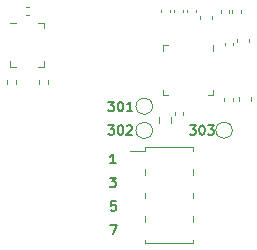
<source format=gbr>
%TF.GenerationSoftware,KiCad,Pcbnew,6.99.0-1.20221101gitf80c150.fc36*%
%TF.CreationDate,2022-11-28T17:43:38+00:00*%
%TF.ProjectId,bugg-mic-r4,62756767-2d6d-4696-932d-72342e6b6963,rev?*%
%TF.SameCoordinates,Original*%
%TF.FileFunction,Legend,Top*%
%TF.FilePolarity,Positive*%
%FSLAX46Y46*%
G04 Gerber Fmt 4.6, Leading zero omitted, Abs format (unit mm)*
G04 Created by KiCad (PCBNEW 6.99.0-1.20221101gitf80c150.fc36) date 2022-11-28 17:43:38*
%MOMM*%
%LPD*%
G01*
G04 APERTURE LIST*
%ADD10C,0.150000*%
%ADD11C,0.120000*%
G04 APERTURE END LIST*
D10*
X13764285Y-6075904D02*
X14259523Y-6075904D01*
X14259523Y-6075904D02*
X13992857Y-6380666D01*
X13992857Y-6380666D02*
X14107142Y-6380666D01*
X14107142Y-6380666D02*
X14183333Y-6418761D01*
X14183333Y-6418761D02*
X14221428Y-6456857D01*
X14221428Y-6456857D02*
X14259523Y-6533047D01*
X14259523Y-6533047D02*
X14259523Y-6723523D01*
X14259523Y-6723523D02*
X14221428Y-6799714D01*
X14221428Y-6799714D02*
X14183333Y-6837809D01*
X14183333Y-6837809D02*
X14107142Y-6875904D01*
X14107142Y-6875904D02*
X13878571Y-6875904D01*
X13878571Y-6875904D02*
X13802380Y-6837809D01*
X13802380Y-6837809D02*
X13764285Y-6799714D01*
X14754762Y-6075904D02*
X14830952Y-6075904D01*
X14830952Y-6075904D02*
X14907143Y-6114000D01*
X14907143Y-6114000D02*
X14945238Y-6152095D01*
X14945238Y-6152095D02*
X14983333Y-6228285D01*
X14983333Y-6228285D02*
X15021428Y-6380666D01*
X15021428Y-6380666D02*
X15021428Y-6571142D01*
X15021428Y-6571142D02*
X14983333Y-6723523D01*
X14983333Y-6723523D02*
X14945238Y-6799714D01*
X14945238Y-6799714D02*
X14907143Y-6837809D01*
X14907143Y-6837809D02*
X14830952Y-6875904D01*
X14830952Y-6875904D02*
X14754762Y-6875904D01*
X14754762Y-6875904D02*
X14678571Y-6837809D01*
X14678571Y-6837809D02*
X14640476Y-6799714D01*
X14640476Y-6799714D02*
X14602381Y-6723523D01*
X14602381Y-6723523D02*
X14564285Y-6571142D01*
X14564285Y-6571142D02*
X14564285Y-6380666D01*
X14564285Y-6380666D02*
X14602381Y-6228285D01*
X14602381Y-6228285D02*
X14640476Y-6152095D01*
X14640476Y-6152095D02*
X14678571Y-6114000D01*
X14678571Y-6114000D02*
X14754762Y-6075904D01*
X15288095Y-6075904D02*
X15783333Y-6075904D01*
X15783333Y-6075904D02*
X15516667Y-6380666D01*
X15516667Y-6380666D02*
X15630952Y-6380666D01*
X15630952Y-6380666D02*
X15707143Y-6418761D01*
X15707143Y-6418761D02*
X15745238Y-6456857D01*
X15745238Y-6456857D02*
X15783333Y-6533047D01*
X15783333Y-6533047D02*
X15783333Y-6723523D01*
X15783333Y-6723523D02*
X15745238Y-6799714D01*
X15745238Y-6799714D02*
X15707143Y-6837809D01*
X15707143Y-6837809D02*
X15630952Y-6875904D01*
X15630952Y-6875904D02*
X15402381Y-6875904D01*
X15402381Y-6875904D02*
X15326190Y-6837809D01*
X15326190Y-6837809D02*
X15288095Y-6799714D01*
X7490476Y-12493904D02*
X7109524Y-12493904D01*
X7109524Y-12493904D02*
X7071428Y-12874857D01*
X7071428Y-12874857D02*
X7109524Y-12836761D01*
X7109524Y-12836761D02*
X7185714Y-12798666D01*
X7185714Y-12798666D02*
X7376190Y-12798666D01*
X7376190Y-12798666D02*
X7452381Y-12836761D01*
X7452381Y-12836761D02*
X7490476Y-12874857D01*
X7490476Y-12874857D02*
X7528571Y-12951047D01*
X7528571Y-12951047D02*
X7528571Y-13141523D01*
X7528571Y-13141523D02*
X7490476Y-13217714D01*
X7490476Y-13217714D02*
X7452381Y-13255809D01*
X7452381Y-13255809D02*
X7376190Y-13293904D01*
X7376190Y-13293904D02*
X7185714Y-13293904D01*
X7185714Y-13293904D02*
X7109524Y-13255809D01*
X7109524Y-13255809D02*
X7071428Y-13217714D01*
X7033333Y-14493904D02*
X7566667Y-14493904D01*
X7566667Y-14493904D02*
X7223809Y-15293904D01*
X6864285Y-4075904D02*
X7359523Y-4075904D01*
X7359523Y-4075904D02*
X7092857Y-4380666D01*
X7092857Y-4380666D02*
X7207142Y-4380666D01*
X7207142Y-4380666D02*
X7283333Y-4418761D01*
X7283333Y-4418761D02*
X7321428Y-4456857D01*
X7321428Y-4456857D02*
X7359523Y-4533047D01*
X7359523Y-4533047D02*
X7359523Y-4723523D01*
X7359523Y-4723523D02*
X7321428Y-4799714D01*
X7321428Y-4799714D02*
X7283333Y-4837809D01*
X7283333Y-4837809D02*
X7207142Y-4875904D01*
X7207142Y-4875904D02*
X6978571Y-4875904D01*
X6978571Y-4875904D02*
X6902380Y-4837809D01*
X6902380Y-4837809D02*
X6864285Y-4799714D01*
X7854762Y-4075904D02*
X7930952Y-4075904D01*
X7930952Y-4075904D02*
X8007143Y-4114000D01*
X8007143Y-4114000D02*
X8045238Y-4152095D01*
X8045238Y-4152095D02*
X8083333Y-4228285D01*
X8083333Y-4228285D02*
X8121428Y-4380666D01*
X8121428Y-4380666D02*
X8121428Y-4571142D01*
X8121428Y-4571142D02*
X8083333Y-4723523D01*
X8083333Y-4723523D02*
X8045238Y-4799714D01*
X8045238Y-4799714D02*
X8007143Y-4837809D01*
X8007143Y-4837809D02*
X7930952Y-4875904D01*
X7930952Y-4875904D02*
X7854762Y-4875904D01*
X7854762Y-4875904D02*
X7778571Y-4837809D01*
X7778571Y-4837809D02*
X7740476Y-4799714D01*
X7740476Y-4799714D02*
X7702381Y-4723523D01*
X7702381Y-4723523D02*
X7664285Y-4571142D01*
X7664285Y-4571142D02*
X7664285Y-4380666D01*
X7664285Y-4380666D02*
X7702381Y-4228285D01*
X7702381Y-4228285D02*
X7740476Y-4152095D01*
X7740476Y-4152095D02*
X7778571Y-4114000D01*
X7778571Y-4114000D02*
X7854762Y-4075904D01*
X8883333Y-4875904D02*
X8426190Y-4875904D01*
X8654762Y-4875904D02*
X8654762Y-4075904D01*
X8654762Y-4075904D02*
X8578571Y-4190190D01*
X8578571Y-4190190D02*
X8502381Y-4266380D01*
X8502381Y-4266380D02*
X8426190Y-4304476D01*
X6983333Y-10493904D02*
X7478571Y-10493904D01*
X7478571Y-10493904D02*
X7211905Y-10798666D01*
X7211905Y-10798666D02*
X7326190Y-10798666D01*
X7326190Y-10798666D02*
X7402381Y-10836761D01*
X7402381Y-10836761D02*
X7440476Y-10874857D01*
X7440476Y-10874857D02*
X7478571Y-10951047D01*
X7478571Y-10951047D02*
X7478571Y-11141523D01*
X7478571Y-11141523D02*
X7440476Y-11217714D01*
X7440476Y-11217714D02*
X7402381Y-11255809D01*
X7402381Y-11255809D02*
X7326190Y-11293904D01*
X7326190Y-11293904D02*
X7097619Y-11293904D01*
X7097619Y-11293904D02*
X7021428Y-11255809D01*
X7021428Y-11255809D02*
X6983333Y-11217714D01*
X6864285Y-6075904D02*
X7359523Y-6075904D01*
X7359523Y-6075904D02*
X7092857Y-6380666D01*
X7092857Y-6380666D02*
X7207142Y-6380666D01*
X7207142Y-6380666D02*
X7283333Y-6418761D01*
X7283333Y-6418761D02*
X7321428Y-6456857D01*
X7321428Y-6456857D02*
X7359523Y-6533047D01*
X7359523Y-6533047D02*
X7359523Y-6723523D01*
X7359523Y-6723523D02*
X7321428Y-6799714D01*
X7321428Y-6799714D02*
X7283333Y-6837809D01*
X7283333Y-6837809D02*
X7207142Y-6875904D01*
X7207142Y-6875904D02*
X6978571Y-6875904D01*
X6978571Y-6875904D02*
X6902380Y-6837809D01*
X6902380Y-6837809D02*
X6864285Y-6799714D01*
X7854762Y-6075904D02*
X7930952Y-6075904D01*
X7930952Y-6075904D02*
X8007143Y-6114000D01*
X8007143Y-6114000D02*
X8045238Y-6152095D01*
X8045238Y-6152095D02*
X8083333Y-6228285D01*
X8083333Y-6228285D02*
X8121428Y-6380666D01*
X8121428Y-6380666D02*
X8121428Y-6571142D01*
X8121428Y-6571142D02*
X8083333Y-6723523D01*
X8083333Y-6723523D02*
X8045238Y-6799714D01*
X8045238Y-6799714D02*
X8007143Y-6837809D01*
X8007143Y-6837809D02*
X7930952Y-6875904D01*
X7930952Y-6875904D02*
X7854762Y-6875904D01*
X7854762Y-6875904D02*
X7778571Y-6837809D01*
X7778571Y-6837809D02*
X7740476Y-6799714D01*
X7740476Y-6799714D02*
X7702381Y-6723523D01*
X7702381Y-6723523D02*
X7664285Y-6571142D01*
X7664285Y-6571142D02*
X7664285Y-6380666D01*
X7664285Y-6380666D02*
X7702381Y-6228285D01*
X7702381Y-6228285D02*
X7740476Y-6152095D01*
X7740476Y-6152095D02*
X7778571Y-6114000D01*
X7778571Y-6114000D02*
X7854762Y-6075904D01*
X8426190Y-6152095D02*
X8464286Y-6114000D01*
X8464286Y-6114000D02*
X8540476Y-6075904D01*
X8540476Y-6075904D02*
X8730952Y-6075904D01*
X8730952Y-6075904D02*
X8807143Y-6114000D01*
X8807143Y-6114000D02*
X8845238Y-6152095D01*
X8845238Y-6152095D02*
X8883333Y-6228285D01*
X8883333Y-6228285D02*
X8883333Y-6304476D01*
X8883333Y-6304476D02*
X8845238Y-6418761D01*
X8845238Y-6418761D02*
X8388095Y-6875904D01*
X8388095Y-6875904D02*
X8883333Y-6875904D01*
X7478571Y-9293904D02*
X7021428Y-9293904D01*
X7250000Y-9293904D02*
X7250000Y-8493904D01*
X7250000Y-8493904D02*
X7173809Y-8608190D01*
X7173809Y-8608190D02*
X7097619Y-8684380D01*
X7097619Y-8684380D02*
X7021428Y-8722476D01*
D11*
%TO.C,C303*%
X13160000Y3707836D02*
X13160000Y3492164D01*
X12440000Y3707836D02*
X12440000Y3492164D01*
%TO.C,C309*%
X17460000Y932836D02*
X17460000Y717164D01*
X16740000Y932836D02*
X16740000Y717164D01*
%TO.C,TP303*%
X17360284Y-6485377D02*
G75*
G03*
X17360284Y-6485377I-700000J0D01*
G01*
%TO.C,C304*%
X15670000Y3200580D02*
X15670000Y2919420D01*
X14650000Y3200580D02*
X14650000Y2919420D01*
%TO.C,C311*%
X17410000Y-3792164D02*
X17410000Y-4007836D01*
X16690000Y-3792164D02*
X16690000Y-4007836D01*
%TO.C,TP302*%
X10600000Y-6500000D02*
G75*
G03*
X10600000Y-6500000I-700000J0D01*
G01*
%TO.C,C310*%
X18910000Y-3709420D02*
X18910000Y-3990580D01*
X17890000Y-3709420D02*
X17890000Y-3990580D01*
%TO.C,C312*%
X12490000Y-5157836D02*
X12490000Y-4942164D01*
X13210000Y-5157836D02*
X13210000Y-4942164D01*
%TO.C,C307*%
X17120000Y3692836D02*
X17120000Y3477164D01*
X16400000Y3692836D02*
X16400000Y3477164D01*
%TO.C,R302*%
X1780000Y-2246359D02*
X1780000Y-2553641D01*
X1020000Y-2246359D02*
X1020000Y-2553641D01*
%TO.C,J301*%
X8685000Y-8240000D02*
X9940000Y-8240000D01*
X9940000Y-7940000D02*
X9940000Y-8240000D01*
X9940000Y-7940000D02*
X14060000Y-7940000D01*
X9940000Y-9760000D02*
X9940000Y-10240000D01*
X9940000Y-11760000D02*
X9940000Y-12240000D01*
X9940000Y-13760000D02*
X9940000Y-14240000D01*
X9940000Y-15760000D02*
X9940000Y-16060000D01*
X9940000Y-16060000D02*
X14060000Y-16060000D01*
X14060000Y-7940000D02*
X14060000Y-8240000D01*
X14060000Y-9760000D02*
X14060000Y-10240000D01*
X14060000Y-11760000D02*
X14060000Y-12240000D01*
X14060000Y-13760000D02*
X14060000Y-14240000D01*
X14060000Y-15760000D02*
X14060000Y-16060000D01*
%TO.C,R301*%
X-970000Y-2246359D02*
X-970000Y-2553641D01*
X-1730000Y-2246359D02*
X-1730000Y-2553641D01*
%TO.C,U301*%
X11490000Y710000D02*
X11940000Y710000D01*
X15710000Y260000D02*
X15710000Y710000D01*
X11490000Y260000D02*
X11490000Y710000D01*
X15710000Y-3060000D02*
X15710000Y-3510000D01*
X11490000Y-3060000D02*
X11490000Y-3510000D01*
X15710000Y-3510000D02*
X15260000Y-3510000D01*
X11490000Y-3510000D02*
X11940000Y-3510000D01*
%TO.C,C306*%
X18060000Y3692836D02*
X18060000Y3477164D01*
X17340000Y3692836D02*
X17340000Y3477164D01*
%TO.C,C302*%
X12060000Y3707836D02*
X12060000Y3492164D01*
X11340000Y3707836D02*
X11340000Y3492164D01*
%TO.C,MIC301*%
X-1440000Y-590000D02*
X-1440000Y-1090000D01*
X-940000Y2630000D02*
X-1440000Y2630000D01*
X-940000Y-1090000D02*
X-1440000Y-1090000D01*
X1440000Y2630000D02*
X940000Y2630000D01*
X1440000Y2630000D02*
X1440000Y2130000D01*
X1440000Y-590000D02*
X1440000Y-1090000D01*
X1440000Y-1090000D02*
X940000Y-1090000D01*
%TO.C,R303*%
X12172500Y-5362742D02*
X12172500Y-5837258D01*
X11127500Y-5362742D02*
X11127500Y-5837258D01*
%TO.C,TP301*%
X10600000Y-4450000D02*
G75*
G03*
X10600000Y-4450000I-700000J0D01*
G01*
%TO.C,C308*%
X18810000Y1265580D02*
X18810000Y984420D01*
X17790000Y1265580D02*
X17790000Y984420D01*
%TO.C,C305*%
X14285000Y3707836D02*
X14285000Y3492164D01*
X13565000Y3707836D02*
X13565000Y3492164D01*
%TO.C,C301*%
X107836Y3240000D02*
X-107836Y3240000D01*
X107836Y3960000D02*
X-107836Y3960000D01*
%TD*%
M02*

</source>
